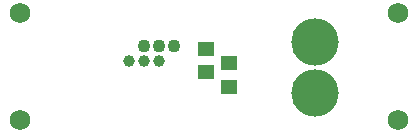
<source format=gbs>
G04*
G04 #@! TF.GenerationSoftware,Altium Limited,Altium Designer,22.5.1 (42)*
G04*
G04 Layer_Color=16711935*
%FSLAX44Y44*%
%MOMM*%
G71*
G04*
G04 #@! TF.SameCoordinates,8F6CD75C-12F9-44A4-8B14-4AFE5C5DE420*
G04*
G04*
G04 #@! TF.FilePolarity,Negative*
G04*
G01*
G75*
%ADD15C,4.0032*%
%ADD16C,1.7272*%
%ADD17C,1.1032*%
%ADD18C,1.0032*%
%ADD26R,1.4532X1.2032*%
D15*
X245000Y91000D02*
D03*
Y47500D02*
D03*
D16*
X315000Y25000D02*
D03*
Y115000D02*
D03*
X-5000D02*
D03*
Y25000D02*
D03*
D17*
X112500Y87500D02*
D03*
X124875Y87625D02*
D03*
X100125Y87375D02*
D03*
D18*
X99915Y75000D02*
D03*
X112500Y74831D02*
D03*
X87500Y75000D02*
D03*
D26*
X172000Y73000D02*
D03*
X152000Y65000D02*
D03*
X172000Y53000D02*
D03*
X152000Y85000D02*
D03*
M02*

</source>
